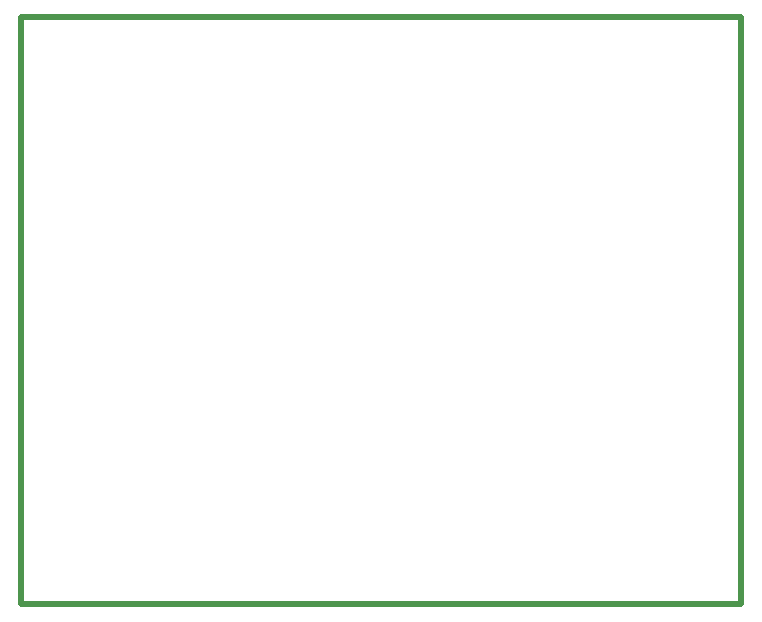
<source format=gko>
%FSLAX44Y44*%
%MOMM*%
G71*
G01*
G75*
G04 Layer_Color=16711935*
G04:AMPARAMS|DCode=10|XSize=1.05mm|YSize=0.65mm|CornerRadius=0.2015mm|HoleSize=0mm|Usage=FLASHONLY|Rotation=0.000|XOffset=0mm|YOffset=0mm|HoleType=Round|Shape=RoundedRectangle|*
%AMROUNDEDRECTD10*
21,1,1.0500,0.2470,0,0,0.0*
21,1,0.6470,0.6500,0,0,0.0*
1,1,0.4030,0.3235,-0.1235*
1,1,0.4030,-0.3235,-0.1235*
1,1,0.4030,-0.3235,0.1235*
1,1,0.4030,0.3235,0.1235*
%
%ADD10ROUNDEDRECTD10*%
G04:AMPARAMS|DCode=11|XSize=1mm|YSize=0.95mm|CornerRadius=0.1995mm|HoleSize=0mm|Usage=FLASHONLY|Rotation=0.000|XOffset=0mm|YOffset=0mm|HoleType=Round|Shape=RoundedRectangle|*
%AMROUNDEDRECTD11*
21,1,1.0000,0.5510,0,0,0.0*
21,1,0.6010,0.9500,0,0,0.0*
1,1,0.3990,0.3005,-0.2755*
1,1,0.3990,-0.3005,-0.2755*
1,1,0.3990,-0.3005,0.2755*
1,1,0.3990,0.3005,0.2755*
%
%ADD11ROUNDEDRECTD11*%
%ADD12R,0.4000X1.6000*%
G04:AMPARAMS|DCode=13|XSize=1mm|YSize=0.9mm|CornerRadius=0.198mm|HoleSize=0mm|Usage=FLASHONLY|Rotation=270.000|XOffset=0mm|YOffset=0mm|HoleType=Round|Shape=RoundedRectangle|*
%AMROUNDEDRECTD13*
21,1,1.0000,0.5040,0,0,270.0*
21,1,0.6040,0.9000,0,0,270.0*
1,1,0.3960,-0.2520,-0.3020*
1,1,0.3960,-0.2520,0.3020*
1,1,0.3960,0.2520,0.3020*
1,1,0.3960,0.2520,-0.3020*
%
%ADD13ROUNDEDRECTD13*%
G04:AMPARAMS|DCode=14|XSize=1mm|YSize=0.9mm|CornerRadius=0.198mm|HoleSize=0mm|Usage=FLASHONLY|Rotation=0.000|XOffset=0mm|YOffset=0mm|HoleType=Round|Shape=RoundedRectangle|*
%AMROUNDEDRECTD14*
21,1,1.0000,0.5040,0,0,0.0*
21,1,0.6040,0.9000,0,0,0.0*
1,1,0.3960,0.3020,-0.2520*
1,1,0.3960,-0.3020,-0.2520*
1,1,0.3960,-0.3020,0.2520*
1,1,0.3960,0.3020,0.2520*
%
%ADD14ROUNDEDRECTD14*%
G04:AMPARAMS|DCode=15|XSize=0.67mm|YSize=0.67mm|CornerRadius=0.1508mm|HoleSize=0mm|Usage=FLASHONLY|Rotation=180.000|XOffset=0mm|YOffset=0mm|HoleType=Round|Shape=RoundedRectangle|*
%AMROUNDEDRECTD15*
21,1,0.6700,0.3685,0,0,180.0*
21,1,0.3685,0.6700,0,0,180.0*
1,1,0.3015,-0.1843,0.1843*
1,1,0.3015,0.1843,0.1843*
1,1,0.3015,0.1843,-0.1843*
1,1,0.3015,-0.1843,-0.1843*
%
%ADD15ROUNDEDRECTD15*%
G04:AMPARAMS|DCode=16|XSize=2.5mm|YSize=2mm|CornerRadius=0.2mm|HoleSize=0mm|Usage=FLASHONLY|Rotation=90.000|XOffset=0mm|YOffset=0mm|HoleType=Round|Shape=RoundedRectangle|*
%AMROUNDEDRECTD16*
21,1,2.5000,1.6000,0,0,90.0*
21,1,2.1000,2.0000,0,0,90.0*
1,1,0.4000,0.8000,1.0500*
1,1,0.4000,0.8000,-1.0500*
1,1,0.4000,-0.8000,-1.0500*
1,1,0.4000,-0.8000,1.0500*
%
%ADD16ROUNDEDRECTD16*%
G04:AMPARAMS|DCode=17|XSize=2.3mm|YSize=0.5mm|CornerRadius=0.2mm|HoleSize=0mm|Usage=FLASHONLY|Rotation=90.000|XOffset=0mm|YOffset=0mm|HoleType=Round|Shape=RoundedRectangle|*
%AMROUNDEDRECTD17*
21,1,2.3000,0.1000,0,0,90.0*
21,1,1.9000,0.5000,0,0,90.0*
1,1,0.4000,0.0500,0.9500*
1,1,0.4000,0.0500,-0.9500*
1,1,0.4000,-0.0500,-0.9500*
1,1,0.4000,-0.0500,0.9500*
%
%ADD17ROUNDEDRECTD17*%
G04:AMPARAMS|DCode=18|XSize=1.1mm|YSize=0.6mm|CornerRadius=0.201mm|HoleSize=0mm|Usage=FLASHONLY|Rotation=90.000|XOffset=0mm|YOffset=0mm|HoleType=Round|Shape=RoundedRectangle|*
%AMROUNDEDRECTD18*
21,1,1.1000,0.1980,0,0,90.0*
21,1,0.6980,0.6000,0,0,90.0*
1,1,0.4020,0.0990,0.3490*
1,1,0.4020,0.0990,-0.3490*
1,1,0.4020,-0.0990,-0.3490*
1,1,0.4020,-0.0990,0.3490*
%
%ADD18ROUNDEDRECTD18*%
%ADD19O,0.7000X2.5000*%
%ADD20O,2.5000X0.7000*%
%ADD21R,0.4000X1.4000*%
G04:AMPARAMS|DCode=22|XSize=1.8mm|YSize=1.9mm|CornerRadius=0.45mm|HoleSize=0mm|Usage=FLASHONLY|Rotation=0.000|XOffset=0mm|YOffset=0mm|HoleType=Round|Shape=RoundedRectangle|*
%AMROUNDEDRECTD22*
21,1,1.8000,1.0000,0,0,0.0*
21,1,0.9000,1.9000,0,0,0.0*
1,1,0.9000,0.4500,-0.5000*
1,1,0.9000,-0.4500,-0.5000*
1,1,0.9000,-0.4500,0.5000*
1,1,0.9000,0.4500,0.5000*
%
%ADD22ROUNDEDRECTD22*%
G04:AMPARAMS|DCode=23|XSize=1.2mm|YSize=2mm|CornerRadius=0.3mm|HoleSize=0mm|Usage=FLASHONLY|Rotation=270.000|XOffset=0mm|YOffset=0mm|HoleType=Round|Shape=RoundedRectangle|*
%AMROUNDEDRECTD23*
21,1,1.2000,1.4000,0,0,270.0*
21,1,0.6000,2.0000,0,0,270.0*
1,1,0.6000,-0.7000,-0.3000*
1,1,0.6000,-0.7000,0.3000*
1,1,0.6000,0.7000,0.3000*
1,1,0.6000,0.7000,-0.3000*
%
%ADD23ROUNDEDRECTD23*%
G04:AMPARAMS|DCode=24|XSize=0.7mm|YSize=1mm|CornerRadius=0.175mm|HoleSize=0mm|Usage=FLASHONLY|Rotation=90.000|XOffset=0mm|YOffset=0mm|HoleType=Round|Shape=RoundedRectangle|*
%AMROUNDEDRECTD24*
21,1,0.7000,0.6500,0,0,90.0*
21,1,0.3500,1.0000,0,0,90.0*
1,1,0.3500,0.3250,0.1750*
1,1,0.3500,0.3250,-0.1750*
1,1,0.3500,-0.3250,-0.1750*
1,1,0.3500,-0.3250,0.1750*
%
%ADD24ROUNDEDRECTD24*%
G04:AMPARAMS|DCode=25|XSize=0.8mm|YSize=2mm|CornerRadius=0.2mm|HoleSize=0mm|Usage=FLASHONLY|Rotation=90.000|XOffset=0mm|YOffset=0mm|HoleType=Round|Shape=RoundedRectangle|*
%AMROUNDEDRECTD25*
21,1,0.8000,1.6000,0,0,90.0*
21,1,0.4000,2.0000,0,0,90.0*
1,1,0.4000,0.8000,0.2000*
1,1,0.4000,0.8000,-0.2000*
1,1,0.4000,-0.8000,-0.2000*
1,1,0.4000,-0.8000,0.2000*
%
%ADD25ROUNDEDRECTD25*%
G04:AMPARAMS|DCode=26|XSize=0.7mm|YSize=1.5mm|CornerRadius=0.175mm|HoleSize=0mm|Usage=FLASHONLY|Rotation=90.000|XOffset=0mm|YOffset=0mm|HoleType=Round|Shape=RoundedRectangle|*
%AMROUNDEDRECTD26*
21,1,0.7000,1.1500,0,0,90.0*
21,1,0.3500,1.5000,0,0,90.0*
1,1,0.3500,0.5750,0.1750*
1,1,0.3500,0.5750,-0.1750*
1,1,0.3500,-0.5750,-0.1750*
1,1,0.3500,-0.5750,0.1750*
%
%ADD26ROUNDEDRECTD26*%
%ADD27O,0.5000X2.5000*%
%ADD28O,2.5000X0.5000*%
G04:AMPARAMS|DCode=29|XSize=2.5mm|YSize=2mm|CornerRadius=0.25mm|HoleSize=0mm|Usage=FLASHONLY|Rotation=90.000|XOffset=0mm|YOffset=0mm|HoleType=Round|Shape=RoundedRectangle|*
%AMROUNDEDRECTD29*
21,1,2.5000,1.5000,0,0,90.0*
21,1,2.0000,2.0000,0,0,90.0*
1,1,0.5000,0.7500,1.0000*
1,1,0.5000,0.7500,-1.0000*
1,1,0.5000,-0.7500,-1.0000*
1,1,0.5000,-0.7500,1.0000*
%
%ADD29ROUNDEDRECTD29*%
G04:AMPARAMS|DCode=30|XSize=2.5mm|YSize=1.7mm|CornerRadius=0.204mm|HoleSize=0mm|Usage=FLASHONLY|Rotation=90.000|XOffset=0mm|YOffset=0mm|HoleType=Round|Shape=RoundedRectangle|*
%AMROUNDEDRECTD30*
21,1,2.5000,1.2920,0,0,90.0*
21,1,2.0920,1.7000,0,0,90.0*
1,1,0.4080,0.6460,1.0460*
1,1,0.4080,0.6460,-1.0460*
1,1,0.4080,-0.6460,-1.0460*
1,1,0.4080,-0.6460,1.0460*
%
%ADD30ROUNDEDRECTD30*%
G04:AMPARAMS|DCode=31|XSize=3.3mm|YSize=1.65mm|CornerRadius=0.198mm|HoleSize=0mm|Usage=FLASHONLY|Rotation=0.000|XOffset=0mm|YOffset=0mm|HoleType=Round|Shape=RoundedRectangle|*
%AMROUNDEDRECTD31*
21,1,3.3000,1.2540,0,0,0.0*
21,1,2.9040,1.6500,0,0,0.0*
1,1,0.3960,1.4520,-0.6270*
1,1,0.3960,-1.4520,-0.6270*
1,1,0.3960,-1.4520,0.6270*
1,1,0.3960,1.4520,0.6270*
%
%ADD31ROUNDEDRECTD31*%
G04:AMPARAMS|DCode=32|XSize=3.3mm|YSize=1.65mm|CornerRadius=0.198mm|HoleSize=0mm|Usage=FLASHONLY|Rotation=270.000|XOffset=0mm|YOffset=0mm|HoleType=Round|Shape=RoundedRectangle|*
%AMROUNDEDRECTD32*
21,1,3.3000,1.2540,0,0,270.0*
21,1,2.9040,1.6500,0,0,270.0*
1,1,0.3960,-0.6270,-1.4520*
1,1,0.3960,-0.6270,1.4520*
1,1,0.3960,0.6270,1.4520*
1,1,0.3960,0.6270,-1.4520*
%
%ADD32ROUNDEDRECTD32*%
%ADD33O,1.5500X0.6000*%
G04:AMPARAMS|DCode=34|XSize=5.2mm|YSize=2mm|CornerRadius=0.25mm|HoleSize=0mm|Usage=FLASHONLY|Rotation=90.000|XOffset=0mm|YOffset=0mm|HoleType=Round|Shape=RoundedRectangle|*
%AMROUNDEDRECTD34*
21,1,5.2000,1.5000,0,0,90.0*
21,1,4.7000,2.0000,0,0,90.0*
1,1,0.5000,0.7500,2.3500*
1,1,0.5000,0.7500,-2.3500*
1,1,0.5000,-0.7500,-2.3500*
1,1,0.5000,-0.7500,2.3500*
%
%ADD34ROUNDEDRECTD34*%
G04:AMPARAMS|DCode=35|XSize=1.45mm|YSize=0.95mm|CornerRadius=0.1995mm|HoleSize=0mm|Usage=FLASHONLY|Rotation=270.000|XOffset=0mm|YOffset=0mm|HoleType=Round|Shape=RoundedRectangle|*
%AMROUNDEDRECTD35*
21,1,1.4500,0.5510,0,0,270.0*
21,1,1.0510,0.9500,0,0,270.0*
1,1,0.3990,-0.2755,-0.5255*
1,1,0.3990,-0.2755,0.5255*
1,1,0.3990,0.2755,0.5255*
1,1,0.3990,0.2755,-0.5255*
%
%ADD35ROUNDEDRECTD35*%
G04:AMPARAMS|DCode=36|XSize=2.5mm|YSize=1.7mm|CornerRadius=0.204mm|HoleSize=0mm|Usage=FLASHONLY|Rotation=180.000|XOffset=0mm|YOffset=0mm|HoleType=Round|Shape=RoundedRectangle|*
%AMROUNDEDRECTD36*
21,1,2.5000,1.2920,0,0,180.0*
21,1,2.0920,1.7000,0,0,180.0*
1,1,0.4080,-1.0460,0.6460*
1,1,0.4080,1.0460,0.6460*
1,1,0.4080,1.0460,-0.6460*
1,1,0.4080,-1.0460,-0.6460*
%
%ADD36ROUNDEDRECTD36*%
G04:AMPARAMS|DCode=37|XSize=1.45mm|YSize=1.15mm|CornerRadius=0.2013mm|HoleSize=0mm|Usage=FLASHONLY|Rotation=180.000|XOffset=0mm|YOffset=0mm|HoleType=Round|Shape=RoundedRectangle|*
%AMROUNDEDRECTD37*
21,1,1.4500,0.7475,0,0,180.0*
21,1,1.0475,1.1500,0,0,180.0*
1,1,0.4025,-0.5238,0.3738*
1,1,0.4025,0.5238,0.3738*
1,1,0.4025,0.5238,-0.3738*
1,1,0.4025,-0.5238,-0.3738*
%
%ADD37ROUNDEDRECTD37*%
G04:AMPARAMS|DCode=38|XSize=1mm|YSize=0.95mm|CornerRadius=0.1995mm|HoleSize=0mm|Usage=FLASHONLY|Rotation=270.000|XOffset=0mm|YOffset=0mm|HoleType=Round|Shape=RoundedRectangle|*
%AMROUNDEDRECTD38*
21,1,1.0000,0.5510,0,0,270.0*
21,1,0.6010,0.9500,0,0,270.0*
1,1,0.3990,-0.2755,-0.3005*
1,1,0.3990,-0.2755,0.3005*
1,1,0.3990,0.2755,0.3005*
1,1,0.3990,0.2755,-0.3005*
%
%ADD38ROUNDEDRECTD38*%
G04:AMPARAMS|DCode=39|XSize=1.05mm|YSize=0.65mm|CornerRadius=0.2015mm|HoleSize=0mm|Usage=FLASHONLY|Rotation=90.000|XOffset=0mm|YOffset=0mm|HoleType=Round|Shape=RoundedRectangle|*
%AMROUNDEDRECTD39*
21,1,1.0500,0.2470,0,0,90.0*
21,1,0.6470,0.6500,0,0,90.0*
1,1,0.4030,0.1235,0.3235*
1,1,0.4030,0.1235,-0.3235*
1,1,0.4030,-0.1235,-0.3235*
1,1,0.4030,-0.1235,0.3235*
%
%ADD39ROUNDEDRECTD39*%
%ADD40C,2.0000*%
%ADD41C,0.5000*%
%ADD42C,0.7000*%
%ADD43C,0.4000*%
%ADD44C,0.6000*%
%ADD45C,2.2000*%
%ADD46O,2.0000X1.3000*%
%ADD47C,0.5000*%
G04:AMPARAMS|DCode=48|XSize=0.9mm|YSize=2.8mm|CornerRadius=0.225mm|HoleSize=0mm|Usage=FLASHONLY|Rotation=90.000|XOffset=0mm|YOffset=0mm|HoleType=Round|Shape=RoundedRectangle|*
%AMROUNDEDRECTD48*
21,1,0.9000,2.3500,0,0,90.0*
21,1,0.4500,2.8000,0,0,90.0*
1,1,0.4500,1.1750,0.2250*
1,1,0.4500,1.1750,-0.2250*
1,1,0.4500,-1.1750,-0.2250*
1,1,0.4500,-1.1750,0.2250*
%
%ADD48ROUNDEDRECTD48*%
G04:AMPARAMS|DCode=49|XSize=1.3mm|YSize=1.3mm|CornerRadius=0.1625mm|HoleSize=0mm|Usage=FLASHONLY|Rotation=0.000|XOffset=0mm|YOffset=0mm|HoleType=Round|Shape=RoundedRectangle|*
%AMROUNDEDRECTD49*
21,1,1.3000,0.9750,0,0,0.0*
21,1,0.9750,1.3000,0,0,0.0*
1,1,0.3250,0.4875,-0.4875*
1,1,0.3250,-0.4875,-0.4875*
1,1,0.3250,-0.4875,0.4875*
1,1,0.3250,0.4875,0.4875*
%
%ADD49ROUNDEDRECTD49*%
%ADD50C,1.3000*%
%ADD51C,7.0000*%
%ADD52C,0.1000*%
G04:AMPARAMS|DCode=53|XSize=1mm|YSize=1mm|CornerRadius=0.25mm|HoleSize=0mm|Usage=FLASHONLY|Rotation=180.000|XOffset=0mm|YOffset=0mm|HoleType=Round|Shape=RoundedRectangle|*
%AMROUNDEDRECTD53*
21,1,1.0000,0.5000,0,0,180.0*
21,1,0.5000,1.0000,0,0,180.0*
1,1,0.5000,-0.2500,0.2500*
1,1,0.5000,0.2500,0.2500*
1,1,0.5000,0.2500,-0.2500*
1,1,0.5000,-0.2500,-0.2500*
%
%ADD53ROUNDEDRECTD53*%
G04:AMPARAMS|DCode=54|XSize=1.4mm|YSize=1.4mm|CornerRadius=0.175mm|HoleSize=0mm|Usage=FLASHONLY|Rotation=270.000|XOffset=0mm|YOffset=0mm|HoleType=Round|Shape=RoundedRectangle|*
%AMROUNDEDRECTD54*
21,1,1.4000,1.0500,0,0,270.0*
21,1,1.0500,1.4000,0,0,270.0*
1,1,0.3500,-0.5250,-0.5250*
1,1,0.3500,-0.5250,0.5250*
1,1,0.3500,0.5250,0.5250*
1,1,0.3500,0.5250,-0.5250*
%
%ADD54ROUNDEDRECTD54*%
%ADD55C,2.5000*%
%ADD56C,2.0000*%
%ADD57C,1.6000*%
%ADD58R,1.6000X1.6000*%
%ADD59C,1.8000*%
G04:AMPARAMS|DCode=60|XSize=1.85mm|YSize=1.85mm|CornerRadius=0.2313mm|HoleSize=0mm|Usage=FLASHONLY|Rotation=180.000|XOffset=0mm|YOffset=0mm|HoleType=Round|Shape=RoundedRectangle|*
%AMROUNDEDRECTD60*
21,1,1.8500,1.3875,0,0,180.0*
21,1,1.3875,1.8500,0,0,180.0*
1,1,0.4625,-0.6937,0.6937*
1,1,0.4625,0.6937,0.6937*
1,1,0.4625,0.6937,-0.6937*
1,1,0.4625,-0.6937,-0.6937*
%
%ADD60ROUNDEDRECTD60*%
%ADD61C,1.8500*%
G04:AMPARAMS|DCode=62|XSize=1.6mm|YSize=1.6mm|CornerRadius=0.2mm|HoleSize=0mm|Usage=FLASHONLY|Rotation=270.000|XOffset=0mm|YOffset=0mm|HoleType=Round|Shape=RoundedRectangle|*
%AMROUNDEDRECTD62*
21,1,1.6000,1.2000,0,0,270.0*
21,1,1.2000,1.6000,0,0,270.0*
1,1,0.4000,-0.6000,-0.6000*
1,1,0.4000,-0.6000,0.6000*
1,1,0.4000,0.6000,0.6000*
1,1,0.4000,0.6000,-0.6000*
%
%ADD62ROUNDEDRECTD62*%
%ADD63R,2.5000X5.0000*%
%ADD64R,5.0000X2.5000*%
%ADD65C,1.0000*%
G04:AMPARAMS|DCode=66|XSize=2.7mm|YSize=1.2mm|CornerRadius=0.21mm|HoleSize=0mm|Usage=FLASHONLY|Rotation=90.000|XOffset=0mm|YOffset=0mm|HoleType=Round|Shape=RoundedRectangle|*
%AMROUNDEDRECTD66*
21,1,2.7000,0.7800,0,0,90.0*
21,1,2.2800,1.2000,0,0,90.0*
1,1,0.4200,0.3900,1.1400*
1,1,0.4200,0.3900,-1.1400*
1,1,0.4200,-0.3900,-1.1400*
1,1,0.4200,-0.3900,1.1400*
%
%ADD66ROUNDEDRECTD66*%
G04:AMPARAMS|DCode=67|XSize=1.6mm|YSize=1.3mm|CornerRadius=0.2015mm|HoleSize=0mm|Usage=FLASHONLY|Rotation=270.000|XOffset=0mm|YOffset=0mm|HoleType=Round|Shape=RoundedRectangle|*
%AMROUNDEDRECTD67*
21,1,1.6000,0.8970,0,0,270.0*
21,1,1.1970,1.3000,0,0,270.0*
1,1,0.4030,-0.4485,-0.5985*
1,1,0.4030,-0.4485,0.5985*
1,1,0.4030,0.4485,0.5985*
1,1,0.4030,0.4485,-0.5985*
%
%ADD67ROUNDEDRECTD67*%
G04:AMPARAMS|DCode=68|XSize=2.7mm|YSize=1.2mm|CornerRadius=0.21mm|HoleSize=0mm|Usage=FLASHONLY|Rotation=0.000|XOffset=0mm|YOffset=0mm|HoleType=Round|Shape=RoundedRectangle|*
%AMROUNDEDRECTD68*
21,1,2.7000,0.7800,0,0,0.0*
21,1,2.2800,1.2000,0,0,0.0*
1,1,0.4200,1.1400,-0.3900*
1,1,0.4200,-1.1400,-0.3900*
1,1,0.4200,-1.1400,0.3900*
1,1,0.4200,1.1400,0.3900*
%
%ADD68ROUNDEDRECTD68*%
G04:AMPARAMS|DCode=69|XSize=1.2mm|YSize=1.2mm|CornerRadius=0.198mm|HoleSize=0mm|Usage=FLASHONLY|Rotation=270.000|XOffset=0mm|YOffset=0mm|HoleType=Round|Shape=RoundedRectangle|*
%AMROUNDEDRECTD69*
21,1,1.2000,0.8040,0,0,270.0*
21,1,0.8040,1.2000,0,0,270.0*
1,1,0.3960,-0.4020,-0.4020*
1,1,0.3960,-0.4020,0.4020*
1,1,0.3960,0.4020,0.4020*
1,1,0.3960,0.4020,-0.4020*
%
%ADD69ROUNDEDRECTD69*%
G04:AMPARAMS|DCode=70|XSize=0.7mm|YSize=2.5mm|CornerRadius=0.175mm|HoleSize=0mm|Usage=FLASHONLY|Rotation=270.000|XOffset=0mm|YOffset=0mm|HoleType=Round|Shape=RoundedRectangle|*
%AMROUNDEDRECTD70*
21,1,0.7000,2.1500,0,0,270.0*
21,1,0.3500,2.5000,0,0,270.0*
1,1,0.3500,-1.0750,-0.1750*
1,1,0.3500,-1.0750,0.1750*
1,1,0.3500,1.0750,0.1750*
1,1,0.3500,1.0750,-0.1750*
%
%ADD70ROUNDEDRECTD70*%
G04:AMPARAMS|DCode=71|XSize=1.8mm|YSize=1.9mm|CornerRadius=0.225mm|HoleSize=0mm|Usage=FLASHONLY|Rotation=180.000|XOffset=0mm|YOffset=0mm|HoleType=Round|Shape=RoundedRectangle|*
%AMROUNDEDRECTD71*
21,1,1.8000,1.4500,0,0,180.0*
21,1,1.3500,1.9000,0,0,180.0*
1,1,0.4500,-0.6750,0.7250*
1,1,0.4500,0.6750,0.7250*
1,1,0.4500,0.6750,-0.7250*
1,1,0.4500,-0.6750,-0.7250*
%
%ADD71ROUNDEDRECTD71*%
G04:AMPARAMS|DCode=72|XSize=1.7mm|YSize=1.9mm|CornerRadius=0.2125mm|HoleSize=0mm|Usage=FLASHONLY|Rotation=180.000|XOffset=0mm|YOffset=0mm|HoleType=Round|Shape=RoundedRectangle|*
%AMROUNDEDRECTD72*
21,1,1.7000,1.4750,0,0,180.0*
21,1,1.2750,1.9000,0,0,180.0*
1,1,0.4250,-0.6375,0.7375*
1,1,0.4250,0.6375,0.7375*
1,1,0.4250,0.6375,-0.7375*
1,1,0.4250,-0.6375,-0.7375*
%
%ADD72ROUNDEDRECTD72*%
G04:AMPARAMS|DCode=73|XSize=2mm|YSize=2mm|CornerRadius=0.2mm|HoleSize=0mm|Usage=FLASHONLY|Rotation=90.000|XOffset=0mm|YOffset=0mm|HoleType=Round|Shape=RoundedRectangle|*
%AMROUNDEDRECTD73*
21,1,2.0000,1.6000,0,0,90.0*
21,1,1.6000,2.0000,0,0,90.0*
1,1,0.4000,0.8000,0.8000*
1,1,0.4000,0.8000,-0.8000*
1,1,0.4000,-0.8000,-0.8000*
1,1,0.4000,-0.8000,0.8000*
%
%ADD73ROUNDEDRECTD73*%
%ADD74C,1.8000*%
%ADD75C,5.0000*%
%ADD76C,0.2000*%
%ADD77C,0.2500*%
%ADD78C,0.2540*%
%ADD79C,0.1500*%
%ADD80C,0.1000*%
G04:AMPARAMS|DCode=81|XSize=1.2mm|YSize=0.8mm|CornerRadius=0.2765mm|HoleSize=0mm|Usage=FLASHONLY|Rotation=0.000|XOffset=0mm|YOffset=0mm|HoleType=Round|Shape=RoundedRectangle|*
%AMROUNDEDRECTD81*
21,1,1.2000,0.2470,0,0,0.0*
21,1,0.6470,0.8000,0,0,0.0*
1,1,0.5530,0.3235,-0.1235*
1,1,0.5530,-0.3235,-0.1235*
1,1,0.5530,-0.3235,0.1235*
1,1,0.5530,0.3235,0.1235*
%
%ADD81ROUNDEDRECTD81*%
G04:AMPARAMS|DCode=82|XSize=1.15mm|YSize=1.1mm|CornerRadius=0.2745mm|HoleSize=0mm|Usage=FLASHONLY|Rotation=0.000|XOffset=0mm|YOffset=0mm|HoleType=Round|Shape=RoundedRectangle|*
%AMROUNDEDRECTD82*
21,1,1.1500,0.5510,0,0,0.0*
21,1,0.6010,1.1000,0,0,0.0*
1,1,0.5490,0.3005,-0.2755*
1,1,0.5490,-0.3005,-0.2755*
1,1,0.5490,-0.3005,0.2755*
1,1,0.5490,0.3005,0.2755*
%
%ADD82ROUNDEDRECTD82*%
%ADD83R,0.6032X1.8032*%
G04:AMPARAMS|DCode=84|XSize=1.15mm|YSize=1.05mm|CornerRadius=0.273mm|HoleSize=0mm|Usage=FLASHONLY|Rotation=270.000|XOffset=0mm|YOffset=0mm|HoleType=Round|Shape=RoundedRectangle|*
%AMROUNDEDRECTD84*
21,1,1.1500,0.5040,0,0,270.0*
21,1,0.6040,1.0500,0,0,270.0*
1,1,0.5460,-0.2520,-0.3020*
1,1,0.5460,-0.2520,0.3020*
1,1,0.5460,0.2520,0.3020*
1,1,0.5460,0.2520,-0.3020*
%
%ADD84ROUNDEDRECTD84*%
G04:AMPARAMS|DCode=85|XSize=1.15mm|YSize=1.05mm|CornerRadius=0.273mm|HoleSize=0mm|Usage=FLASHONLY|Rotation=0.000|XOffset=0mm|YOffset=0mm|HoleType=Round|Shape=RoundedRectangle|*
%AMROUNDEDRECTD85*
21,1,1.1500,0.5040,0,0,0.0*
21,1,0.6040,1.0500,0,0,0.0*
1,1,0.5460,0.3020,-0.2520*
1,1,0.5460,-0.3020,-0.2520*
1,1,0.5460,-0.3020,0.2520*
1,1,0.5460,0.3020,0.2520*
%
%ADD85ROUNDEDRECTD85*%
G04:AMPARAMS|DCode=86|XSize=0.77mm|YSize=0.77mm|CornerRadius=0.2008mm|HoleSize=0mm|Usage=FLASHONLY|Rotation=180.000|XOffset=0mm|YOffset=0mm|HoleType=Round|Shape=RoundedRectangle|*
%AMROUNDEDRECTD86*
21,1,0.7700,0.3685,0,0,180.0*
21,1,0.3685,0.7700,0,0,180.0*
1,1,0.4015,-0.1843,0.1843*
1,1,0.4015,0.1843,0.1843*
1,1,0.4015,0.1843,-0.1843*
1,1,0.4015,-0.1843,-0.1843*
%
%ADD86ROUNDEDRECTD86*%
G04:AMPARAMS|DCode=87|XSize=2.65mm|YSize=2.15mm|CornerRadius=0.275mm|HoleSize=0mm|Usage=FLASHONLY|Rotation=90.000|XOffset=0mm|YOffset=0mm|HoleType=Round|Shape=RoundedRectangle|*
%AMROUNDEDRECTD87*
21,1,2.6500,1.6000,0,0,90.0*
21,1,2.1000,2.1500,0,0,90.0*
1,1,0.5500,0.8000,1.0500*
1,1,0.5500,0.8000,-1.0500*
1,1,0.5500,-0.8000,-1.0500*
1,1,0.5500,-0.8000,1.0500*
%
%ADD87ROUNDEDRECTD87*%
G04:AMPARAMS|DCode=88|XSize=2.45mm|YSize=0.65mm|CornerRadius=0.275mm|HoleSize=0mm|Usage=FLASHONLY|Rotation=90.000|XOffset=0mm|YOffset=0mm|HoleType=Round|Shape=RoundedRectangle|*
%AMROUNDEDRECTD88*
21,1,2.4500,0.1000,0,0,90.0*
21,1,1.9000,0.6500,0,0,90.0*
1,1,0.5500,0.0500,0.9500*
1,1,0.5500,0.0500,-0.9500*
1,1,0.5500,-0.0500,-0.9500*
1,1,0.5500,-0.0500,0.9500*
%
%ADD88ROUNDEDRECTD88*%
G04:AMPARAMS|DCode=89|XSize=1.25mm|YSize=0.75mm|CornerRadius=0.276mm|HoleSize=0mm|Usage=FLASHONLY|Rotation=90.000|XOffset=0mm|YOffset=0mm|HoleType=Round|Shape=RoundedRectangle|*
%AMROUNDEDRECTD89*
21,1,1.2500,0.1980,0,0,90.0*
21,1,0.6980,0.7500,0,0,90.0*
1,1,0.5520,0.0990,0.3490*
1,1,0.5520,0.0990,-0.3490*
1,1,0.5520,-0.0990,-0.3490*
1,1,0.5520,-0.0990,0.3490*
%
%ADD89ROUNDEDRECTD89*%
%ADD90O,0.8500X2.6500*%
%ADD91O,2.6500X0.8500*%
%ADD92R,0.6032X1.6032*%
G04:AMPARAMS|DCode=93|XSize=2.0032mm|YSize=2.1032mm|CornerRadius=0.5516mm|HoleSize=0mm|Usage=FLASHONLY|Rotation=0.000|XOffset=0mm|YOffset=0mm|HoleType=Round|Shape=RoundedRectangle|*
%AMROUNDEDRECTD93*
21,1,2.0032,1.0000,0,0,0.0*
21,1,0.9000,2.1032,0,0,0.0*
1,1,1.1032,0.4500,-0.5000*
1,1,1.1032,-0.4500,-0.5000*
1,1,1.1032,-0.4500,0.5000*
1,1,1.1032,0.4500,0.5000*
%
%ADD93ROUNDEDRECTD93*%
G04:AMPARAMS|DCode=94|XSize=1.3mm|YSize=2.1mm|CornerRadius=0.35mm|HoleSize=0mm|Usage=FLASHONLY|Rotation=270.000|XOffset=0mm|YOffset=0mm|HoleType=Round|Shape=RoundedRectangle|*
%AMROUNDEDRECTD94*
21,1,1.3000,1.4000,0,0,270.0*
21,1,0.6000,2.1000,0,0,270.0*
1,1,0.7000,-0.7000,-0.3000*
1,1,0.7000,-0.7000,0.3000*
1,1,0.7000,0.7000,0.3000*
1,1,0.7000,0.7000,-0.3000*
%
%ADD94ROUNDEDRECTD94*%
G04:AMPARAMS|DCode=95|XSize=0.9032mm|YSize=1.2032mm|CornerRadius=0.2766mm|HoleSize=0mm|Usage=FLASHONLY|Rotation=90.000|XOffset=0mm|YOffset=0mm|HoleType=Round|Shape=RoundedRectangle|*
%AMROUNDEDRECTD95*
21,1,0.9032,0.6500,0,0,90.0*
21,1,0.3500,1.2032,0,0,90.0*
1,1,0.5532,0.3250,0.1750*
1,1,0.5532,0.3250,-0.1750*
1,1,0.5532,-0.3250,-0.1750*
1,1,0.5532,-0.3250,0.1750*
%
%ADD95ROUNDEDRECTD95*%
G04:AMPARAMS|DCode=96|XSize=1.0032mm|YSize=2.2032mm|CornerRadius=0.3016mm|HoleSize=0mm|Usage=FLASHONLY|Rotation=90.000|XOffset=0mm|YOffset=0mm|HoleType=Round|Shape=RoundedRectangle|*
%AMROUNDEDRECTD96*
21,1,1.0032,1.6000,0,0,90.0*
21,1,0.4000,2.2032,0,0,90.0*
1,1,0.6032,0.8000,0.2000*
1,1,0.6032,0.8000,-0.2000*
1,1,0.6032,-0.8000,-0.2000*
1,1,0.6032,-0.8000,0.2000*
%
%ADD96ROUNDEDRECTD96*%
G04:AMPARAMS|DCode=97|XSize=2.7032mm|YSize=2.2032mm|CornerRadius=0.3516mm|HoleSize=0mm|Usage=FLASHONLY|Rotation=90.000|XOffset=0mm|YOffset=0mm|HoleType=Round|Shape=RoundedRectangle|*
%AMROUNDEDRECTD97*
21,1,2.7032,1.5000,0,0,90.0*
21,1,2.0000,2.2032,0,0,90.0*
1,1,0.7032,0.7500,1.0000*
1,1,0.7032,0.7500,-1.0000*
1,1,0.7032,-0.7500,-1.0000*
1,1,0.7032,-0.7500,1.0000*
%
%ADD97ROUNDEDRECTD97*%
G04:AMPARAMS|DCode=98|XSize=2.65mm|YSize=1.85mm|CornerRadius=0.279mm|HoleSize=0mm|Usage=FLASHONLY|Rotation=90.000|XOffset=0mm|YOffset=0mm|HoleType=Round|Shape=RoundedRectangle|*
%AMROUNDEDRECTD98*
21,1,2.6500,1.2920,0,0,90.0*
21,1,2.0920,1.8500,0,0,90.0*
1,1,0.5580,0.6460,1.0460*
1,1,0.5580,0.6460,-1.0460*
1,1,0.5580,-0.6460,-1.0460*
1,1,0.5580,-0.6460,1.0460*
%
%ADD98ROUNDEDRECTD98*%
G04:AMPARAMS|DCode=99|XSize=3.45mm|YSize=1.8mm|CornerRadius=0.273mm|HoleSize=0mm|Usage=FLASHONLY|Rotation=0.000|XOffset=0mm|YOffset=0mm|HoleType=Round|Shape=RoundedRectangle|*
%AMROUNDEDRECTD99*
21,1,3.4500,1.2540,0,0,0.0*
21,1,2.9040,1.8000,0,0,0.0*
1,1,0.5460,1.4520,-0.6270*
1,1,0.5460,-1.4520,-0.6270*
1,1,0.5460,-1.4520,0.6270*
1,1,0.5460,1.4520,0.6270*
%
%ADD99ROUNDEDRECTD99*%
G04:AMPARAMS|DCode=100|XSize=3.45mm|YSize=1.8mm|CornerRadius=0.273mm|HoleSize=0mm|Usage=FLASHONLY|Rotation=270.000|XOffset=0mm|YOffset=0mm|HoleType=Round|Shape=RoundedRectangle|*
%AMROUNDEDRECTD100*
21,1,3.4500,1.2540,0,0,270.0*
21,1,2.9040,1.8000,0,0,270.0*
1,1,0.5460,-0.6270,-1.4520*
1,1,0.5460,-0.6270,1.4520*
1,1,0.5460,0.6270,1.4520*
1,1,0.5460,0.6270,-1.4520*
%
%ADD100ROUNDEDRECTD100*%
%ADD101O,1.7000X0.7500*%
G04:AMPARAMS|DCode=102|XSize=5.35mm|YSize=2.15mm|CornerRadius=0.325mm|HoleSize=0mm|Usage=FLASHONLY|Rotation=90.000|XOffset=0mm|YOffset=0mm|HoleType=Round|Shape=RoundedRectangle|*
%AMROUNDEDRECTD102*
21,1,5.3500,1.5000,0,0,90.0*
21,1,4.7000,2.1500,0,0,90.0*
1,1,0.6500,0.7500,2.3500*
1,1,0.6500,0.7500,-2.3500*
1,1,0.6500,-0.7500,-2.3500*
1,1,0.6500,-0.7500,2.3500*
%
%ADD102ROUNDEDRECTD102*%
G04:AMPARAMS|DCode=103|XSize=1.55mm|YSize=1.05mm|CornerRadius=0.2495mm|HoleSize=0mm|Usage=FLASHONLY|Rotation=270.000|XOffset=0mm|YOffset=0mm|HoleType=Round|Shape=RoundedRectangle|*
%AMROUNDEDRECTD103*
21,1,1.5500,0.5510,0,0,270.0*
21,1,1.0510,1.0500,0,0,270.0*
1,1,0.4990,-0.2755,-0.5255*
1,1,0.4990,-0.2755,0.5255*
1,1,0.4990,0.2755,0.5255*
1,1,0.4990,0.2755,-0.5255*
%
%ADD103ROUNDEDRECTD103*%
G04:AMPARAMS|DCode=104|XSize=2.65mm|YSize=1.85mm|CornerRadius=0.279mm|HoleSize=0mm|Usage=FLASHONLY|Rotation=180.000|XOffset=0mm|YOffset=0mm|HoleType=Round|Shape=RoundedRectangle|*
%AMROUNDEDRECTD104*
21,1,2.6500,1.2920,0,0,180.0*
21,1,2.0920,1.8500,0,0,180.0*
1,1,0.5580,-1.0460,0.6460*
1,1,0.5580,1.0460,0.6460*
1,1,0.5580,1.0460,-0.6460*
1,1,0.5580,-1.0460,-0.6460*
%
%ADD104ROUNDEDRECTD104*%
G04:AMPARAMS|DCode=105|XSize=1.6mm|YSize=1.3mm|CornerRadius=0.2763mm|HoleSize=0mm|Usage=FLASHONLY|Rotation=180.000|XOffset=0mm|YOffset=0mm|HoleType=Round|Shape=RoundedRectangle|*
%AMROUNDEDRECTD105*
21,1,1.6000,0.7475,0,0,180.0*
21,1,1.0475,1.3000,0,0,180.0*
1,1,0.5525,-0.5238,0.3738*
1,1,0.5525,0.5238,0.3738*
1,1,0.5525,0.5238,-0.3738*
1,1,0.5525,-0.5238,-0.3738*
%
%ADD105ROUNDEDRECTD105*%
G04:AMPARAMS|DCode=106|XSize=1.15mm|YSize=1.1mm|CornerRadius=0.2745mm|HoleSize=0mm|Usage=FLASHONLY|Rotation=270.000|XOffset=0mm|YOffset=0mm|HoleType=Round|Shape=RoundedRectangle|*
%AMROUNDEDRECTD106*
21,1,1.1500,0.5510,0,0,270.0*
21,1,0.6010,1.1000,0,0,270.0*
1,1,0.5490,-0.2755,-0.3005*
1,1,0.5490,-0.2755,0.3005*
1,1,0.5490,0.2755,0.3005*
1,1,0.5490,0.2755,-0.3005*
%
%ADD106ROUNDEDRECTD106*%
G04:AMPARAMS|DCode=107|XSize=1.2mm|YSize=0.8mm|CornerRadius=0.2765mm|HoleSize=0mm|Usage=FLASHONLY|Rotation=90.000|XOffset=0mm|YOffset=0mm|HoleType=Round|Shape=RoundedRectangle|*
%AMROUNDEDRECTD107*
21,1,1.2000,0.2470,0,0,90.0*
21,1,0.6470,0.8000,0,0,90.0*
1,1,0.5530,0.1235,0.3235*
1,1,0.5530,0.1235,-0.3235*
1,1,0.5530,-0.1235,-0.3235*
1,1,0.5530,-0.1235,0.3235*
%
%ADD107ROUNDEDRECTD107*%
%ADD108C,2.3500*%
%ADD109O,2.1500X1.4500*%
%ADD110C,0.7032*%
G04:AMPARAMS|DCode=111|XSize=1mm|YSize=2.9mm|CornerRadius=0.275mm|HoleSize=0mm|Usage=FLASHONLY|Rotation=90.000|XOffset=0mm|YOffset=0mm|HoleType=Round|Shape=RoundedRectangle|*
%AMROUNDEDRECTD111*
21,1,1.0000,2.3500,0,0,90.0*
21,1,0.4500,2.9000,0,0,90.0*
1,1,0.5500,1.1750,0.2250*
1,1,0.5500,1.1750,-0.2250*
1,1,0.5500,-1.1750,-0.2250*
1,1,0.5500,-1.1750,0.2250*
%
%ADD111ROUNDEDRECTD111*%
G04:AMPARAMS|DCode=112|XSize=1.45mm|YSize=1.45mm|CornerRadius=0.2375mm|HoleSize=0mm|Usage=FLASHONLY|Rotation=0.000|XOffset=0mm|YOffset=0mm|HoleType=Round|Shape=RoundedRectangle|*
%AMROUNDEDRECTD112*
21,1,1.4500,0.9750,0,0,0.0*
21,1,0.9750,1.4500,0,0,0.0*
1,1,0.4750,0.4875,-0.4875*
1,1,0.4750,-0.4875,-0.4875*
1,1,0.4750,-0.4875,0.4875*
1,1,0.4750,0.4875,0.4875*
%
%ADD112ROUNDEDRECTD112*%
%ADD113C,1.4500*%
%ADD114C,7.2032*%
%ADD115C,0.6500*%
G04:AMPARAMS|DCode=116|XSize=1.1mm|YSize=1.1mm|CornerRadius=0.3mm|HoleSize=0mm|Usage=FLASHONLY|Rotation=180.000|XOffset=0mm|YOffset=0mm|HoleType=Round|Shape=RoundedRectangle|*
%AMROUNDEDRECTD116*
21,1,1.1000,0.5000,0,0,180.0*
21,1,0.5000,1.1000,0,0,180.0*
1,1,0.6000,-0.2500,0.2500*
1,1,0.6000,0.2500,0.2500*
1,1,0.6000,0.2500,-0.2500*
1,1,0.6000,-0.2500,-0.2500*
%
%ADD116ROUNDEDRECTD116*%
G04:AMPARAMS|DCode=117|XSize=1.55mm|YSize=1.55mm|CornerRadius=0.25mm|HoleSize=0mm|Usage=FLASHONLY|Rotation=270.000|XOffset=0mm|YOffset=0mm|HoleType=Round|Shape=RoundedRectangle|*
%AMROUNDEDRECTD117*
21,1,1.5500,1.0500,0,0,270.0*
21,1,1.0500,1.5500,0,0,270.0*
1,1,0.5000,-0.5250,-0.5250*
1,1,0.5000,-0.5250,0.5250*
1,1,0.5000,0.5250,0.5250*
1,1,0.5000,0.5250,-0.5250*
%
%ADD117ROUNDEDRECTD117*%
%ADD118C,2.7032*%
%ADD119C,2.1500*%
%ADD120C,1.7500*%
%ADD121R,1.7500X1.7500*%
%ADD122C,1.9500*%
G04:AMPARAMS|DCode=123|XSize=2mm|YSize=2mm|CornerRadius=0.3063mm|HoleSize=0mm|Usage=FLASHONLY|Rotation=180.000|XOffset=0mm|YOffset=0mm|HoleType=Round|Shape=RoundedRectangle|*
%AMROUNDEDRECTD123*
21,1,2.0000,1.3875,0,0,180.0*
21,1,1.3875,2.0000,0,0,180.0*
1,1,0.6125,-0.6937,0.6937*
1,1,0.6125,0.6937,0.6937*
1,1,0.6125,0.6937,-0.6937*
1,1,0.6125,-0.6937,-0.6937*
%
%ADD123ROUNDEDRECTD123*%
G04:AMPARAMS|DCode=124|XSize=1.75mm|YSize=1.75mm|CornerRadius=0.275mm|HoleSize=0mm|Usage=FLASHONLY|Rotation=270.000|XOffset=0mm|YOffset=0mm|HoleType=Round|Shape=RoundedRectangle|*
%AMROUNDEDRECTD124*
21,1,1.7500,1.2000,0,0,270.0*
21,1,1.2000,1.7500,0,0,270.0*
1,1,0.5500,-0.6000,-0.6000*
1,1,0.5500,-0.6000,0.6000*
1,1,0.5500,0.6000,0.6000*
1,1,0.5500,0.6000,-0.6000*
%
%ADD124ROUNDEDRECTD124*%
%ADD125C,1.5032*%
%ADD126R,2.6500X5.1500*%
%ADD127R,5.1500X2.6500*%
G04:AMPARAMS|DCode=128|XSize=2.85mm|YSize=1.35mm|CornerRadius=0.285mm|HoleSize=0mm|Usage=FLASHONLY|Rotation=90.000|XOffset=0mm|YOffset=0mm|HoleType=Round|Shape=RoundedRectangle|*
%AMROUNDEDRECTD128*
21,1,2.8500,0.7800,0,0,90.0*
21,1,2.2800,1.3500,0,0,90.0*
1,1,0.5700,0.3900,1.1400*
1,1,0.5700,0.3900,-1.1400*
1,1,0.5700,-0.3900,-1.1400*
1,1,0.5700,-0.3900,1.1400*
%
%ADD128ROUNDEDRECTD128*%
G04:AMPARAMS|DCode=129|XSize=1.75mm|YSize=1.45mm|CornerRadius=0.2765mm|HoleSize=0mm|Usage=FLASHONLY|Rotation=270.000|XOffset=0mm|YOffset=0mm|HoleType=Round|Shape=RoundedRectangle|*
%AMROUNDEDRECTD129*
21,1,1.7500,0.8970,0,0,270.0*
21,1,1.1970,1.4500,0,0,270.0*
1,1,0.5530,-0.4485,-0.5985*
1,1,0.5530,-0.4485,0.5985*
1,1,0.5530,0.4485,0.5985*
1,1,0.5530,0.4485,-0.5985*
%
%ADD129ROUNDEDRECTD129*%
G04:AMPARAMS|DCode=130|XSize=2.85mm|YSize=1.35mm|CornerRadius=0.285mm|HoleSize=0mm|Usage=FLASHONLY|Rotation=0.000|XOffset=0mm|YOffset=0mm|HoleType=Round|Shape=RoundedRectangle|*
%AMROUNDEDRECTD130*
21,1,2.8500,0.7800,0,0,0.0*
21,1,2.2800,1.3500,0,0,0.0*
1,1,0.5700,1.1400,-0.3900*
1,1,0.5700,-1.1400,-0.3900*
1,1,0.5700,-1.1400,0.3900*
1,1,0.5700,1.1400,0.3900*
%
%ADD130ROUNDEDRECTD130*%
G04:AMPARAMS|DCode=131|XSize=1.35mm|YSize=1.35mm|CornerRadius=0.273mm|HoleSize=0mm|Usage=FLASHONLY|Rotation=270.000|XOffset=0mm|YOffset=0mm|HoleType=Round|Shape=RoundedRectangle|*
%AMROUNDEDRECTD131*
21,1,1.3500,0.8040,0,0,270.0*
21,1,0.8040,1.3500,0,0,270.0*
1,1,0.5460,-0.4020,-0.4020*
1,1,0.5460,-0.4020,0.4020*
1,1,0.5460,0.4020,0.4020*
1,1,0.5460,0.4020,-0.4020*
%
%ADD131ROUNDEDRECTD131*%
G04:AMPARAMS|DCode=132|XSize=2.0032mm|YSize=2.1032mm|CornerRadius=0.3266mm|HoleSize=0mm|Usage=FLASHONLY|Rotation=180.000|XOffset=0mm|YOffset=0mm|HoleType=Round|Shape=RoundedRectangle|*
%AMROUNDEDRECTD132*
21,1,2.0032,1.4500,0,0,180.0*
21,1,1.3500,2.1032,0,0,180.0*
1,1,0.6532,-0.6750,0.7250*
1,1,0.6532,0.6750,0.7250*
1,1,0.6532,0.6750,-0.7250*
1,1,0.6532,-0.6750,-0.7250*
%
%ADD132ROUNDEDRECTD132*%
G04:AMPARAMS|DCode=133|XSize=1.9032mm|YSize=2.1032mm|CornerRadius=0.3141mm|HoleSize=0mm|Usage=FLASHONLY|Rotation=180.000|XOffset=0mm|YOffset=0mm|HoleType=Round|Shape=RoundedRectangle|*
%AMROUNDEDRECTD133*
21,1,1.9032,1.4750,0,0,180.0*
21,1,1.2750,2.1032,0,0,180.0*
1,1,0.6282,-0.6375,0.7375*
1,1,0.6282,0.6375,0.7375*
1,1,0.6282,0.6375,-0.7375*
1,1,0.6282,-0.6375,-0.7375*
%
%ADD133ROUNDEDRECTD133*%
G04:AMPARAMS|DCode=134|XSize=2.15mm|YSize=2.15mm|CornerRadius=0.275mm|HoleSize=0mm|Usage=FLASHONLY|Rotation=90.000|XOffset=0mm|YOffset=0mm|HoleType=Round|Shape=RoundedRectangle|*
%AMROUNDEDRECTD134*
21,1,2.1500,1.6000,0,0,90.0*
21,1,1.6000,2.1500,0,0,90.0*
1,1,0.5500,0.8000,0.8000*
1,1,0.5500,0.8000,-0.8000*
1,1,0.5500,-0.8000,-0.8000*
1,1,0.5500,-0.8000,0.8000*
%
%ADD134ROUNDEDRECTD134*%
%ADD135C,5.2032*%
D41*
X-50000Y-50000D02*
X559750D01*
Y447000D01*
X-50000D02*
X559750D01*
X-50000D02*
X-50000Y-50000D01*
M02*

</source>
